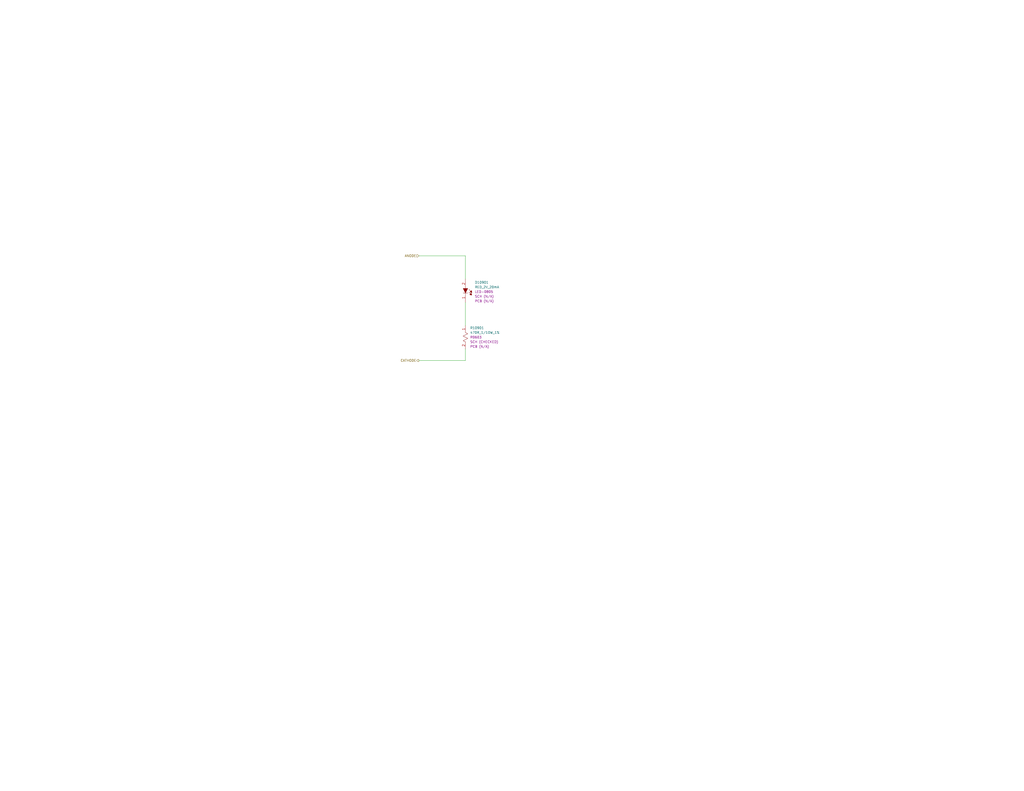
<source format=kicad_sch>
(kicad_sch (version 20231120) (generator "eeschema") (generator_version "8.0")
  (paper "C")
  (lib_symbols
    (symbol "_SCHLIB_Mini-Scoreboard:DIODE_LED_RED_2V_20mA_624nm_LED-0805"
      (property "Reference" "D" (at 3.556 4.064 0))
      (property "Value" "RED_2V_20mA" (at 3.81 6.604 0))
      (property "Package" "LED-0805" (at 3.81 35.306 0))
      (property "SCH CHECK" "SCH (N/A)" (at 3.81 29.972 0))
      (property "PCB CHECK" "PCB (N/A)" (at 3.81 32.512 0))
      (symbol "DIODE_LED_RED_2V_20mA_624nm_LED-0805_0_1"
        (polyline (pts (xy 5.588 1.905) (xy 6.604 2.794)))
        (polyline (pts (xy 7.239 1.905) (xy 8.001 2.667)))
        (polyline (pts (xy 7.62 -1.27) (xy 7.62 1.27)))
        (polyline (pts (xy 5.08 1.27) (xy 5.08 -1.27) (xy 7.62 0) (xy 5.08 1.27)) (fill (type outline)))
        (polyline (pts (xy 6.223 3.302) (xy 7.112 2.413) (xy 7.366 3.556) (xy 6.223 3.302)) (fill (type outline)))
        (polyline (pts (xy 7.62 3.175) (xy 8.509 2.286) (xy 8.763 3.429) (xy 7.62 3.175)) (fill (type outline)))
      )
      (symbol "DIODE_LED_RED_2V_20mA_624nm_LED-0805_1_1"
        (pin passive line (at 12.7 0 180) (length 5.08) (name "") (number "1"))
        (pin passive line (at 0 0 0) (length 5.08) (name "") (number "2"))
      )
    )
    (symbol "_SCHLIB_Mini-Scoreboard:RES_470R_1/10W_1%_R0603"
      (property "Reference" "R" (at 3.556 4.064 0))
      (property "Value" "470R_1/10W_1%" (at 3.81 6.604 0))
      (property "Package" "R0603" (at 3.81 35.306 0))
      (property "SCH CHECK" "SCH (CHECKED)" (at 3.81 29.972 0))
      (property "PCB CHECK" "PCB (N/A)" (at 3.81 32.512 0))
      (symbol "RES_470R_1/10W_1%_R0603_0_0"
        (polyline (pts (xy 3.81 0) (xy 4.445 1.27) (xy 5.715 -1.27) (xy 6.985 1.27) (xy 8.255 -1.27) (xy 8.89 0)))
      )
      (symbol "RES_470R_1/10W_1%_R0603_1_1"
        (pin passive line (at 0 0 0) (length 3.81) (name "") (number "1"))
        (pin passive line (at 12.7 0 180) (length 3.81) (name "") (number "2"))
      )
    )
  )
  (wire (pts (xy 254 190.5) (xy 254 196.85)))
  (wire (pts (xy 228.6 139.7) (xy 254 139.7)))
  (wire (pts (xy 254 139.7) (xy 254 152.4)))
  (wire (pts (xy 254 165.1) (xy 254 177.8)))
  (wire (pts (xy 228.6 196.85) (xy 254 196.85)))
  (hierarchical_label "ANODE" (shape input) (at 228.6 139.7 180))
  (hierarchical_label "CATHODE" (shape output) (at 228.6 196.85 180))
  (symbol (lib_id "_SCHLIB_Mini-Scoreboard:DIODE_LED_RED_2V_20mA_624nm_LED-0805") (at 254 152.4 270) (unit 1)
    (property "Reference" "D10901" (at 259.08 154.2414 90) (effects (justify left)))
    (property "Value" "RED_2V_20mA" (at 259.08 156.7814 90) (effects (justify left)))
    (property "Footprint" "LED_SMD:LED_0805_2012Metric" (effects (hide yes)))
    (property "Datasheet" "https://mm.digikey.com/Volume0/opasdata/d220001/medias/docus/3750/B1701USD-20D000114U1930.pdf" (effects (hide yes)))
    (property "Description" "Red 624nm LED Indication - Discrete 2V 0805 (2012 Metric)" (effects (hide yes)))
    (property "Package" "LED-0805" (at 259.08 159.3214 90) (effects (justify left)))
    (property "Part Number (Manufacturer)" "B1701USD-20D000114U1930" (effects (hide yes)))
    (property "Manufacturer" "Harvatek Corporation" (effects (hide yes)))
    (property "Part Number (Vendor)" "3147-B1701USD-20D000114U1930TR-ND" (effects (hide yes)))
    (property "Vendor" "Digikey" (effects (hide yes)))
    (property "Purchase Link" "https://www.digikey.ca/en/products/detail/harvatek-corporation/B1701USD-20D000114U1930/16671746" (effects (hide yes)))
    (property "SCH CHECK" "SCH (N/A)" (at 259.08 161.8614 90) (effects (justify left)))
    (property "PCB CHECK" "PCB (N/A)" (at 259.08 164.4014 90) (effects (justify left)))
    (instances (project "_HW_Mini-Scoreboard" (path "" (reference "D10901") (unit 1)) (path "" (reference "D9701") (unit 1)) (path "" (reference "D10601") (unit 1)) (path "" (reference "D9901") (unit 1)) (path "" (reference "D10101") (unit 1)) (path "" (reference "D10501") (unit 1)) (path "" (reference "D10301") (unit 1)) (path "" (reference "D9801") (unit 1)) (path "" (reference "D10201") (unit 1)) (path "" (reference "D10401") (unit 1)) (path "" (reference "D10701") (unit 1)) (path "" (reference "D10001") (unit 1)) (path "" (reference "D11201") (unit 1)) (path "" (reference "D11001") (unit 1)) (path "" (reference "D10801") (unit 1)) (path "" (reference "D11101") (unit 1)) (path "" (reference "D22101") (unit 1)) (path "" (reference "D21501") (unit 1)) (path "" (reference "D22201") (unit 1)) (path "" (reference "D21601") (unit 1)) (path "" (reference "D21701") (unit 1)) (path "" (reference "D22301") (unit 1)) (path "" (reference "D22401") (unit 1)) (path "" (reference "D21801") (unit 1)) (path "" (reference "D21901") (unit 1)) (path "" (reference "D22501") (unit 1)) (path "" (reference "D22601") (unit 1)) (path "" (reference "D22001") (unit 1)) (path "" (reference "D22701") (unit 1)) (path "" (reference "D22801") (unit 1)) (path "" (reference "D22901") (unit 1)) (path "" (reference "D23001") (unit 1)) (path "" (reference "D11401") (unit 1)) (path "" (reference "D12901") (unit 1)) (path "" (reference "D12001") (unit 1)) (path "" (reference "D12801") (unit 1)) (path "" (reference "D12201") (unit 1)) (path "" (reference "D11801") (unit 1)) (path "" (reference "D12501") (unit 1)) (path "" (reference "D12701") (unit 1)) (path "" (reference "D12401") (unit 1)) (path "" (reference "D12601") (unit 1)) (path "" (reference "D12101") (unit 1)) (path "" (reference "D12301") (unit 1)) (path "" (reference "D11701") (unit 1)) (path "" (reference "D11601") (unit 1)) (path "" (reference "D11901") (unit 1)) (path "" (reference "D11501") (unit 1)) (path "" (reference "D16401") (unit 1)) (path "" (reference "D17901") (unit 1)) (path "" (reference "D17001") (unit 1)) (path "" (reference "D17801") (unit 1)) (path "" (reference "D17201") (unit 1)) (path "" (reference "D16801") (unit 1)) (path "" (reference "D17501") (unit 1)) (path "" (reference "D17701") (unit 1)) (path "" (reference "D17401") (unit 1)) (path "" (reference "D17601") (unit 1)) (path "" (reference "D17101") (unit 1)) (path "" (reference "D17301") (unit 1)) (path "" (reference "D16701") (unit 1)) (path "" (reference "D16601") (unit 1)) (path "" (reference "D16901") (unit 1)) (path "" (reference "D16501") (unit 1))))
  )
  (symbol (lib_id "_SCHLIB_Mini-Scoreboard:RES_470R_1/10W_1%_R0603") (at 254 177.8 270) (unit 1)
    (property "Reference" "R10901" (at 256.54 179.0699 90) (effects (justify left)))
    (property "Value" "470R_1/10W_1%" (at 256.54 181.6099 90) (effects (justify left)))
    (property "Footprint" "Resistor_SMD:R_0603_1608Metric" (effects (hide yes)))
    (property "Datasheet" "https://www.te.com/usa-en/product-2-2176339-1.datasheet.pdf" (effects (hide yes)))
    (property "Description" "470 Ohms ±1% 0.1W, 1/10W Chip Resistor 0603 (1608 Metric) Automotive AEC-Q200, Moisture Resistant Thick Film" (effects (hide yes)))
    (property "Package" "R0603" (at 256.54 184.1499 90) (effects (justify left)))
    (property "Part Number (Manufacturer)" "CRGCQ0603F470R" (effects (hide yes)))
    (property "Manufacturer" "TE Connectivity Passive Product" (effects (hide yes)))
    (property "Part Number (Vendor)" "A129684TR-ND" (effects (hide yes)))
    (property "Vendor" "Digikey" (effects (hide yes)))
    (property "Purchase Link" "https://www.digikey.ca/en/products/detail/te-connectivity-passive-product/CRGCQ0603F470R/8576286" (effects (hide yes)))
    (property "SCH CHECK" "SCH (CHECKED)" (at 256.54 186.6899 90) (effects (justify left)))
    (property "PCB CHECK" "PCB (N/A)" (at 256.54 189.2299 90) (effects (justify left)))
    (instances (project "" (path "" (reference "R10901") (unit 1)) (path "" (reference "R9701") (unit 1)) (path "" (reference "R10601") (unit 1)) (path "" (reference "R9901") (unit 1)) (path "" (reference "R10101") (unit 1)) (path "" (reference "R10501") (unit 1)) (path "" (reference "R10301") (unit 1)) (path "" (reference "R9801") (unit 1)) (path "" (reference "R10201") (unit 1)) (path "" (reference "R10401") (unit 1)) (path "" (reference "R10701") (unit 1)) (path "" (reference "R10001") (unit 1)) (path "" (reference "R11201") (unit 1)) (path "" (reference "R11001") (unit 1)) (path "" (reference "R10801") (unit 1)) (path "" (reference "R11101") (unit 1)) (path "" (reference "R22101") (unit 1)) (path "" (reference "R21501") (unit 1)) (path "" (reference "R22201") (unit 1)) (path "" (reference "R21601") (unit 1)) (path "" (reference "R21701") (unit 1)) (path "" (reference "R22301") (unit 1)) (path "" (reference "R22401") (unit 1)) (path "" (reference "R21801") (unit 1)) (path "" (reference "R21901") (unit 1)) (path "" (reference "R22501") (unit 1)) (path "" (reference "R22601") (unit 1)) (path "" (reference "R22001") (unit 1)) (path "" (reference "R22701") (unit 1)) (path "" (reference "R22801") (unit 1)) (path "" (reference "R22901") (unit 1)) (path "" (reference "R23001") (unit 1)) (path "" (reference "R11401") (unit 1)) (path "" (reference "R12901") (unit 1)) (path "" (reference "R12001") (unit 1)) (path "" (reference "R12801") (unit 1)) (path "" (reference "R12201") (unit 1)) (path "" (reference "R11801") (unit 1)) (path "" (reference "R12501") (unit 1)) (path "" (reference "R12701") (unit 1)) (path "" (reference "R12401") (unit 1)) (path "" (reference "R12601") (unit 1)) (path "" (reference "R12101") (unit 1)) (path "" (reference "R12301") (unit 1)) (path "" (reference "R11701") (unit 1)) (path "" (reference "R11601") (unit 1)) (path "" (reference "R11901") (unit 1)) (path "" (reference "R11501") (unit 1)) (path "" (reference "R16401") (unit 1)) (path "" (reference "R17901") (unit 1)) (path "" (reference "R17001") (unit 1)) (path "" (reference "R17801") (unit 1)) (path "" (reference "R17201") (unit 1)) (path "" (reference "R16801") (unit 1)) (path "" (reference "R17501") (unit 1)) (path "" (reference "R17701") (unit 1)) (path "" (reference "R17401") (unit 1)) (path "" (reference "R17601") (unit 1)) (path "" (reference "R17101") (unit 1)) (path "" (reference "R17301") (unit 1)) (path "" (reference "R16701") (unit 1)) (path "" (reference "R16601") (unit 1)) (path "" (reference "R16901") (unit 1)) (path "" (reference "R16501") (unit 1))))
  )
)
</source>
